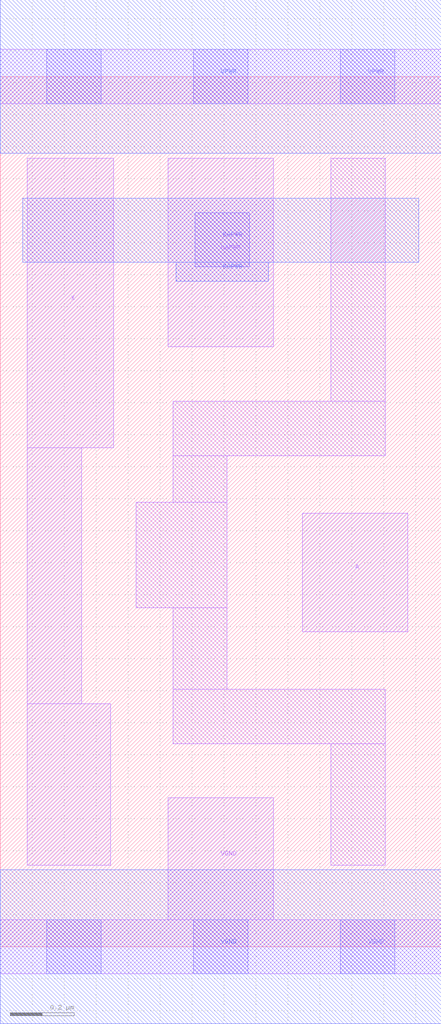
<source format=lef>
# Copyright 2020 The SkyWater PDK Authors
#
# Licensed under the Apache License, Version 2.0 (the "License");
# you may not use this file except in compliance with the License.
# You may obtain a copy of the License at
#
#     https://www.apache.org/licenses/LICENSE-2.0
#
# Unless required by applicable law or agreed to in writing, software
# distributed under the License is distributed on an "AS IS" BASIS,
# WITHOUT WARRANTIES OR CONDITIONS OF ANY KIND, either express or implied.
# See the License for the specific language governing permissions and
# limitations under the License.
#
# SPDX-License-Identifier: Apache-2.0

VERSION 5.7 ;
  NAMESCASESENSITIVE ON ;
  NOWIREEXTENSIONATPIN ON ;
  DIVIDERCHAR "/" ;
  BUSBITCHARS "[]" ;
UNITS
  DATABASE MICRONS 200 ;
END UNITS
MACRO sky130_fd_sc_hd__lpflow_clkbufkapwr_1
  CLASS CORE ;
  SOURCE USER ;
  FOREIGN sky130_fd_sc_hd__lpflow_clkbufkapwr_1 ;
  ORIGIN  0.000000  0.000000 ;
  SIZE  1.380000 BY  2.720000 ;
  SYMMETRY X Y R90 ;
  SITE unithd ;
  PIN A
    ANTENNAGATEAREA  0.196500 ;
    DIRECTION INPUT ;
    USE SIGNAL ;
    PORT
      LAYER li1 ;
        RECT 0.945000 0.985000 1.275000 1.355000 ;
    END
  END A
  PIN X
    ANTENNADIFFAREA  0.340600 ;
    DIRECTION OUTPUT ;
    USE SIGNAL ;
    PORT
      LAYER li1 ;
        RECT 0.085000 0.255000 0.345000 0.760000 ;
        RECT 0.085000 0.760000 0.255000 1.560000 ;
        RECT 0.085000 1.560000 0.355000 2.465000 ;
    END
  END X
  PIN KAPWR
    DIRECTION INOUT ;
    SHAPE ABUTMENT ;
    USE POWER ;
    PORT
      LAYER li1 ;
        RECT 0.525000 1.875000 0.855000 2.465000 ;
      LAYER mcon ;
        RECT 0.610000 2.125000 0.780000 2.295000 ;
      LAYER met1 ;
        RECT 0.070000 2.140000 1.310000 2.340000 ;
        RECT 0.550000 2.080000 0.840000 2.140000 ;
    END
  END KAPWR
  PIN VGND
    DIRECTION INOUT ;
    SHAPE ABUTMENT ;
    USE GROUND ;
    PORT
      LAYER li1 ;
        RECT 0.000000 -0.085000 1.380000 0.085000 ;
        RECT 0.525000  0.085000 0.855000 0.465000 ;
      LAYER mcon ;
        RECT 0.145000 -0.085000 0.315000 0.085000 ;
        RECT 0.605000 -0.085000 0.775000 0.085000 ;
        RECT 1.065000 -0.085000 1.235000 0.085000 ;
      LAYER met1 ;
        RECT 0.000000 -0.240000 1.380000 0.240000 ;
    END
  END VGND
  PIN VPWR
    DIRECTION INOUT ;
    SHAPE ABUTMENT ;
    USE POWER ;
    PORT
      LAYER li1 ;
        RECT 0.000000 2.635000 1.380000 2.805000 ;
      LAYER mcon ;
        RECT 0.145000 2.635000 0.315000 2.805000 ;
        RECT 0.605000 2.635000 0.775000 2.805000 ;
        RECT 1.065000 2.635000 1.235000 2.805000 ;
      LAYER met1 ;
        RECT 0.000000 2.480000 1.380000 2.960000 ;
    END
  END VPWR
  OBS
    LAYER li1 ;
      RECT 0.425000 1.060000 0.710000 1.390000 ;
      RECT 0.540000 0.635000 1.205000 0.805000 ;
      RECT 0.540000 0.805000 0.710000 1.060000 ;
      RECT 0.540000 1.390000 0.710000 1.535000 ;
      RECT 0.540000 1.535000 1.205000 1.705000 ;
      RECT 1.035000 0.255000 1.205000 0.635000 ;
      RECT 1.035000 1.705000 1.205000 2.465000 ;
  END
END sky130_fd_sc_hd__lpflow_clkbufkapwr_1
END LIBRARY

</source>
